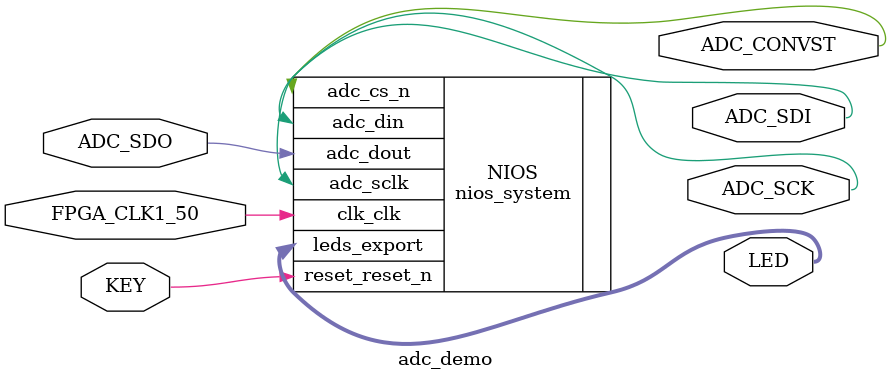
<source format=v>


module adc_demo (FPGA_CLK1_50, KEY, LED, ADC_SCK,
						ADC_CONVST, ADC_SDO, ADC_SDI);
	input FPGA_CLK1_50;
	input [0:0] KEY;
	output [7:0] LED;
	input ADC_SDO;
	output ADC_SCK, ADC_CONVST, ADC_SDI;
	nios_system NIOS (
		.clk_clk (FPGA_CLK1_50),
		.reset_reset_n (KEY[0]),
		.leds_export (LED),
		.adc_sclk (ADC_SCK),
		.adc_cs_n (ADC_CONVST),
		.adc_dout (ADC_SDO),
		.adc_din (ADC_SDI)
	);
endmodule

</source>
